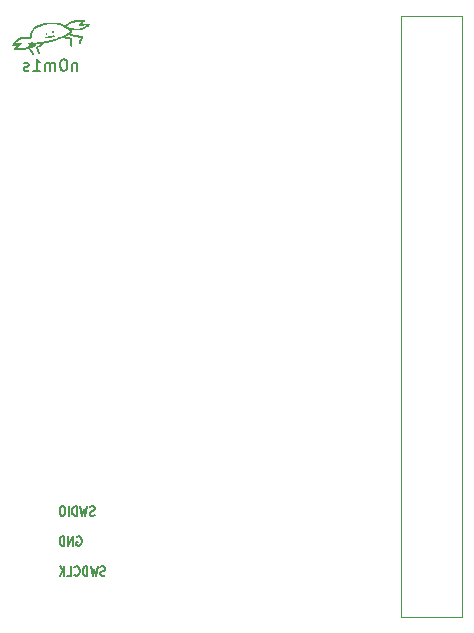
<source format=gbr>
%TF.GenerationSoftware,KiCad,Pcbnew,7.0.9*%
%TF.CreationDate,2024-01-10T08:51:34-08:00*%
%TF.ProjectId,rpi_adapter,7270695f-6164-4617-9074-65722e6b6963,rev?*%
%TF.SameCoordinates,PX82a7440PY660b0c0*%
%TF.FileFunction,Legend,Bot*%
%TF.FilePolarity,Positive*%
%FSLAX46Y46*%
G04 Gerber Fmt 4.6, Leading zero omitted, Abs format (unit mm)*
G04 Created by KiCad (PCBNEW 7.0.9) date 2024-01-10 08:51:34*
%MOMM*%
%LPD*%
G01*
G04 APERTURE LIST*
%ADD10C,0.150000*%
%ADD11C,0.120000*%
G04 APERTURE END LIST*
D10*
X-13255906Y21470848D02*
X-13255906Y20804181D01*
X-13255906Y21375610D02*
X-13303525Y21423229D01*
X-13303525Y21423229D02*
X-13398763Y21470848D01*
X-13398763Y21470848D02*
X-13541620Y21470848D01*
X-13541620Y21470848D02*
X-13636858Y21423229D01*
X-13636858Y21423229D02*
X-13684477Y21327991D01*
X-13684477Y21327991D02*
X-13684477Y20804181D01*
X-14351144Y21804181D02*
X-14446382Y21804181D01*
X-14446382Y21804181D02*
X-14541620Y21756562D01*
X-14541620Y21756562D02*
X-14589239Y21708943D01*
X-14589239Y21708943D02*
X-14636858Y21613705D01*
X-14636858Y21613705D02*
X-14684477Y21423229D01*
X-14684477Y21423229D02*
X-14684477Y21185134D01*
X-14684477Y21185134D02*
X-14636858Y20994658D01*
X-14636858Y20994658D02*
X-14589239Y20899420D01*
X-14589239Y20899420D02*
X-14541620Y20851800D01*
X-14541620Y20851800D02*
X-14446382Y20804181D01*
X-14446382Y20804181D02*
X-14351144Y20804181D01*
X-14351144Y20804181D02*
X-14255906Y20851800D01*
X-14255906Y20851800D02*
X-14208287Y20899420D01*
X-14208287Y20899420D02*
X-14160668Y20994658D01*
X-14160668Y20994658D02*
X-14113049Y21185134D01*
X-14113049Y21185134D02*
X-14113049Y21423229D01*
X-14113049Y21423229D02*
X-14160668Y21613705D01*
X-14160668Y21613705D02*
X-14208287Y21708943D01*
X-14208287Y21708943D02*
X-14255906Y21756562D01*
X-14255906Y21756562D02*
X-14351144Y21804181D01*
X-15113049Y20804181D02*
X-15113049Y21470848D01*
X-15113049Y21375610D02*
X-15160668Y21423229D01*
X-15160668Y21423229D02*
X-15255906Y21470848D01*
X-15255906Y21470848D02*
X-15398763Y21470848D01*
X-15398763Y21470848D02*
X-15494001Y21423229D01*
X-15494001Y21423229D02*
X-15541620Y21327991D01*
X-15541620Y21327991D02*
X-15541620Y20804181D01*
X-15541620Y21327991D02*
X-15589239Y21423229D01*
X-15589239Y21423229D02*
X-15684477Y21470848D01*
X-15684477Y21470848D02*
X-15827334Y21470848D01*
X-15827334Y21470848D02*
X-15922573Y21423229D01*
X-15922573Y21423229D02*
X-15970192Y21327991D01*
X-15970192Y21327991D02*
X-15970192Y20804181D01*
X-16970191Y20804181D02*
X-16398763Y20804181D01*
X-16684477Y20804181D02*
X-16684477Y21804181D01*
X-16684477Y21804181D02*
X-16589239Y21661324D01*
X-16589239Y21661324D02*
X-16494001Y21566086D01*
X-16494001Y21566086D02*
X-16398763Y21518467D01*
X-17351144Y20851800D02*
X-17446382Y20804181D01*
X-17446382Y20804181D02*
X-17636858Y20804181D01*
X-17636858Y20804181D02*
X-17732096Y20851800D01*
X-17732096Y20851800D02*
X-17779715Y20947039D01*
X-17779715Y20947039D02*
X-17779715Y20994658D01*
X-17779715Y20994658D02*
X-17732096Y21089896D01*
X-17732096Y21089896D02*
X-17636858Y21137515D01*
X-17636858Y21137515D02*
X-17494001Y21137515D01*
X-17494001Y21137515D02*
X-17398763Y21185134D01*
X-17398763Y21185134D02*
X-17351144Y21280372D01*
X-17351144Y21280372D02*
X-17351144Y21327991D01*
X-17351144Y21327991D02*
X-17398763Y21423229D01*
X-17398763Y21423229D02*
X-17494001Y21470848D01*
X-17494001Y21470848D02*
X-17636858Y21470848D01*
X-17636858Y21470848D02*
X-17732096Y21423229D01*
X-13287317Y-18650390D02*
X-13220650Y-18612295D01*
X-13220650Y-18612295D02*
X-13120650Y-18612295D01*
X-13120650Y-18612295D02*
X-13020650Y-18650390D01*
X-13020650Y-18650390D02*
X-12953983Y-18726580D01*
X-12953983Y-18726580D02*
X-12920650Y-18802771D01*
X-12920650Y-18802771D02*
X-12887317Y-18955152D01*
X-12887317Y-18955152D02*
X-12887317Y-19069438D01*
X-12887317Y-19069438D02*
X-12920650Y-19221819D01*
X-12920650Y-19221819D02*
X-12953983Y-19298009D01*
X-12953983Y-19298009D02*
X-13020650Y-19374200D01*
X-13020650Y-19374200D02*
X-13120650Y-19412295D01*
X-13120650Y-19412295D02*
X-13187317Y-19412295D01*
X-13187317Y-19412295D02*
X-13287317Y-19374200D01*
X-13287317Y-19374200D02*
X-13320650Y-19336104D01*
X-13320650Y-19336104D02*
X-13320650Y-19069438D01*
X-13320650Y-19069438D02*
X-13187317Y-19069438D01*
X-13620650Y-19412295D02*
X-13620650Y-18612295D01*
X-13620650Y-18612295D02*
X-14020650Y-19412295D01*
X-14020650Y-19412295D02*
X-14020650Y-18612295D01*
X-14353983Y-19412295D02*
X-14353983Y-18612295D01*
X-14353983Y-18612295D02*
X-14520650Y-18612295D01*
X-14520650Y-18612295D02*
X-14620650Y-18650390D01*
X-14620650Y-18650390D02*
X-14687316Y-18726580D01*
X-14687316Y-18726580D02*
X-14720650Y-18802771D01*
X-14720650Y-18802771D02*
X-14753983Y-18955152D01*
X-14753983Y-18955152D02*
X-14753983Y-19069438D01*
X-14753983Y-19069438D02*
X-14720650Y-19221819D01*
X-14720650Y-19221819D02*
X-14687316Y-19298009D01*
X-14687316Y-19298009D02*
X-14620650Y-19374200D01*
X-14620650Y-19374200D02*
X-14520650Y-19412295D01*
X-14520650Y-19412295D02*
X-14353983Y-19412295D01*
X-10887316Y-21914200D02*
X-10987316Y-21952295D01*
X-10987316Y-21952295D02*
X-11153982Y-21952295D01*
X-11153982Y-21952295D02*
X-11220649Y-21914200D01*
X-11220649Y-21914200D02*
X-11253982Y-21876104D01*
X-11253982Y-21876104D02*
X-11287316Y-21799914D01*
X-11287316Y-21799914D02*
X-11287316Y-21723723D01*
X-11287316Y-21723723D02*
X-11253982Y-21647533D01*
X-11253982Y-21647533D02*
X-11220649Y-21609438D01*
X-11220649Y-21609438D02*
X-11153982Y-21571342D01*
X-11153982Y-21571342D02*
X-11020649Y-21533247D01*
X-11020649Y-21533247D02*
X-10953982Y-21495152D01*
X-10953982Y-21495152D02*
X-10920649Y-21457057D01*
X-10920649Y-21457057D02*
X-10887316Y-21380866D01*
X-10887316Y-21380866D02*
X-10887316Y-21304676D01*
X-10887316Y-21304676D02*
X-10920649Y-21228485D01*
X-10920649Y-21228485D02*
X-10953982Y-21190390D01*
X-10953982Y-21190390D02*
X-11020649Y-21152295D01*
X-11020649Y-21152295D02*
X-11187316Y-21152295D01*
X-11187316Y-21152295D02*
X-11287316Y-21190390D01*
X-11520649Y-21152295D02*
X-11687316Y-21952295D01*
X-11687316Y-21952295D02*
X-11820649Y-21380866D01*
X-11820649Y-21380866D02*
X-11953983Y-21952295D01*
X-11953983Y-21952295D02*
X-12120649Y-21152295D01*
X-12387316Y-21952295D02*
X-12387316Y-21152295D01*
X-12387316Y-21152295D02*
X-12553983Y-21152295D01*
X-12553983Y-21152295D02*
X-12653983Y-21190390D01*
X-12653983Y-21190390D02*
X-12720649Y-21266580D01*
X-12720649Y-21266580D02*
X-12753983Y-21342771D01*
X-12753983Y-21342771D02*
X-12787316Y-21495152D01*
X-12787316Y-21495152D02*
X-12787316Y-21609438D01*
X-12787316Y-21609438D02*
X-12753983Y-21761819D01*
X-12753983Y-21761819D02*
X-12720649Y-21838009D01*
X-12720649Y-21838009D02*
X-12653983Y-21914200D01*
X-12653983Y-21914200D02*
X-12553983Y-21952295D01*
X-12553983Y-21952295D02*
X-12387316Y-21952295D01*
X-13487316Y-21876104D02*
X-13453983Y-21914200D01*
X-13453983Y-21914200D02*
X-13353983Y-21952295D01*
X-13353983Y-21952295D02*
X-13287316Y-21952295D01*
X-13287316Y-21952295D02*
X-13187316Y-21914200D01*
X-13187316Y-21914200D02*
X-13120649Y-21838009D01*
X-13120649Y-21838009D02*
X-13087316Y-21761819D01*
X-13087316Y-21761819D02*
X-13053983Y-21609438D01*
X-13053983Y-21609438D02*
X-13053983Y-21495152D01*
X-13053983Y-21495152D02*
X-13087316Y-21342771D01*
X-13087316Y-21342771D02*
X-13120649Y-21266580D01*
X-13120649Y-21266580D02*
X-13187316Y-21190390D01*
X-13187316Y-21190390D02*
X-13287316Y-21152295D01*
X-13287316Y-21152295D02*
X-13353983Y-21152295D01*
X-13353983Y-21152295D02*
X-13453983Y-21190390D01*
X-13453983Y-21190390D02*
X-13487316Y-21228485D01*
X-14120649Y-21952295D02*
X-13787316Y-21952295D01*
X-13787316Y-21952295D02*
X-13787316Y-21152295D01*
X-14353983Y-21952295D02*
X-14353983Y-21152295D01*
X-14753983Y-21952295D02*
X-14453983Y-21495152D01*
X-14753983Y-21152295D02*
X-14353983Y-21609438D01*
X-11787317Y-16834200D02*
X-11887317Y-16872295D01*
X-11887317Y-16872295D02*
X-12053983Y-16872295D01*
X-12053983Y-16872295D02*
X-12120650Y-16834200D01*
X-12120650Y-16834200D02*
X-12153983Y-16796104D01*
X-12153983Y-16796104D02*
X-12187317Y-16719914D01*
X-12187317Y-16719914D02*
X-12187317Y-16643723D01*
X-12187317Y-16643723D02*
X-12153983Y-16567533D01*
X-12153983Y-16567533D02*
X-12120650Y-16529438D01*
X-12120650Y-16529438D02*
X-12053983Y-16491342D01*
X-12053983Y-16491342D02*
X-11920650Y-16453247D01*
X-11920650Y-16453247D02*
X-11853983Y-16415152D01*
X-11853983Y-16415152D02*
X-11820650Y-16377057D01*
X-11820650Y-16377057D02*
X-11787317Y-16300866D01*
X-11787317Y-16300866D02*
X-11787317Y-16224676D01*
X-11787317Y-16224676D02*
X-11820650Y-16148485D01*
X-11820650Y-16148485D02*
X-11853983Y-16110390D01*
X-11853983Y-16110390D02*
X-11920650Y-16072295D01*
X-11920650Y-16072295D02*
X-12087317Y-16072295D01*
X-12087317Y-16072295D02*
X-12187317Y-16110390D01*
X-12420650Y-16072295D02*
X-12587317Y-16872295D01*
X-12587317Y-16872295D02*
X-12720650Y-16300866D01*
X-12720650Y-16300866D02*
X-12853984Y-16872295D01*
X-12853984Y-16872295D02*
X-13020650Y-16072295D01*
X-13287317Y-16872295D02*
X-13287317Y-16072295D01*
X-13287317Y-16072295D02*
X-13453984Y-16072295D01*
X-13453984Y-16072295D02*
X-13553984Y-16110390D01*
X-13553984Y-16110390D02*
X-13620650Y-16186580D01*
X-13620650Y-16186580D02*
X-13653984Y-16262771D01*
X-13653984Y-16262771D02*
X-13687317Y-16415152D01*
X-13687317Y-16415152D02*
X-13687317Y-16529438D01*
X-13687317Y-16529438D02*
X-13653984Y-16681819D01*
X-13653984Y-16681819D02*
X-13620650Y-16758009D01*
X-13620650Y-16758009D02*
X-13553984Y-16834200D01*
X-13553984Y-16834200D02*
X-13453984Y-16872295D01*
X-13453984Y-16872295D02*
X-13287317Y-16872295D01*
X-13987317Y-16872295D02*
X-13987317Y-16072295D01*
X-14453983Y-16072295D02*
X-14587317Y-16072295D01*
X-14587317Y-16072295D02*
X-14653983Y-16110390D01*
X-14653983Y-16110390D02*
X-14720650Y-16186580D01*
X-14720650Y-16186580D02*
X-14753983Y-16338961D01*
X-14753983Y-16338961D02*
X-14753983Y-16605628D01*
X-14753983Y-16605628D02*
X-14720650Y-16758009D01*
X-14720650Y-16758009D02*
X-14653983Y-16834200D01*
X-14653983Y-16834200D02*
X-14587317Y-16872295D01*
X-14587317Y-16872295D02*
X-14453983Y-16872295D01*
X-14453983Y-16872295D02*
X-14387317Y-16834200D01*
X-14387317Y-16834200D02*
X-14320650Y-16758009D01*
X-14320650Y-16758009D02*
X-14287317Y-16605628D01*
X-14287317Y-16605628D02*
X-14287317Y-16338961D01*
X-14287317Y-16338961D02*
X-14320650Y-16186580D01*
X-14320650Y-16186580D02*
X-14387317Y-16110390D01*
X-14387317Y-16110390D02*
X-14453983Y-16072295D01*
D11*
%TO.C,J1*%
X19330000Y-25460000D02*
X14130000Y-25460000D01*
X19330000Y24130000D02*
X19330000Y-25460000D01*
X19330000Y24130000D02*
X19330000Y25460000D01*
X19330000Y25460000D02*
X18000000Y25460000D01*
X18000000Y25460000D02*
X14130000Y25460000D01*
X14130000Y25460000D02*
X14130000Y-25460000D01*
%TO.C,G\u002A\u002A\u002A*%
G36*
X-15811731Y23999669D02*
G01*
X-15785757Y23982264D01*
X-15780251Y23935044D01*
X-15782293Y23899858D01*
X-15799697Y23873884D01*
X-15846917Y23868378D01*
X-15882104Y23870420D01*
X-15908077Y23887825D01*
X-15913584Y23935044D01*
X-15911541Y23970231D01*
X-15894137Y23996205D01*
X-15846917Y24001711D01*
X-15811731Y23999669D01*
G37*
G36*
X-15279338Y24155269D02*
G01*
X-15252698Y24138677D01*
X-15246917Y24094304D01*
X-15251113Y24047433D01*
X-15262669Y24015589D01*
X-15279624Y24007816D01*
X-15323780Y24006329D01*
X-15328928Y24007231D01*
X-15361783Y24029678D01*
X-15376103Y24085044D01*
X-15377531Y24131915D01*
X-15361235Y24153229D01*
X-15314992Y24157267D01*
X-15279338Y24155269D01*
G37*
G36*
X-15189574Y23804183D02*
G01*
X-15165108Y23786457D01*
X-15158028Y23757356D01*
X-15158675Y23747268D01*
X-15173188Y23713662D01*
X-15210099Y23683907D01*
X-15273777Y23656415D01*
X-15368595Y23629598D01*
X-15498925Y23601865D01*
X-15669139Y23571629D01*
X-15690162Y23569056D01*
X-15758036Y23565420D01*
X-15835806Y23565362D01*
X-15876051Y23566904D01*
X-15922961Y23573565D01*
X-15942813Y23590039D01*
X-15946917Y23622102D01*
X-15946364Y23634576D01*
X-15940158Y23652646D01*
X-15921896Y23668082D01*
X-15885287Y23683223D01*
X-15824041Y23700412D01*
X-15731866Y23721989D01*
X-15602473Y23750296D01*
X-15558050Y23759809D01*
X-15415663Y23788348D01*
X-15310013Y23805206D01*
X-15236263Y23810459D01*
X-15189574Y23804183D01*
G37*
G36*
X-12292874Y24616030D02*
G01*
X-12377137Y24539559D01*
X-12420006Y24503982D01*
X-12557076Y24409291D01*
X-12696232Y24338592D01*
X-12824695Y24298760D01*
X-12827201Y24298283D01*
X-12893783Y24279205D01*
X-12946306Y24254114D01*
X-12967110Y24245804D01*
X-13030595Y24234946D01*
X-13121273Y24227641D01*
X-13228503Y24223989D01*
X-13341644Y24224089D01*
X-13450053Y24228041D01*
X-13543090Y24235945D01*
X-13610112Y24247899D01*
X-13637683Y24254817D01*
X-13692657Y24260928D01*
X-13713050Y24248643D01*
X-13695436Y24219119D01*
X-13692760Y24216325D01*
X-13670328Y24161535D01*
X-13673870Y24145074D01*
X-13685195Y24092445D01*
X-13735967Y24016035D01*
X-13756395Y23992589D01*
X-13779198Y23961152D01*
X-13779371Y23939898D01*
X-13751641Y23924299D01*
X-13690729Y23909830D01*
X-13591362Y23891963D01*
X-13495981Y23874257D01*
X-13376220Y23850148D01*
X-13248972Y23823039D01*
X-13122751Y23794877D01*
X-13006069Y23767608D01*
X-12907437Y23743180D01*
X-12835369Y23723539D01*
X-12798378Y23710631D01*
X-12770901Y23685412D01*
X-12760849Y23626681D01*
X-12786744Y23542314D01*
X-12848543Y23432549D01*
X-12858534Y23416913D01*
X-12922701Y23294587D01*
X-12954373Y23186555D01*
X-12958565Y23159014D01*
X-12971155Y23107287D01*
X-12990802Y23084552D01*
X-13024970Y23079489D01*
X-13054615Y23082328D01*
X-13072700Y23098145D01*
X-13081847Y23137429D01*
X-13087016Y23210663D01*
X-13088404Y23245369D01*
X-13084843Y23318569D01*
X-13065962Y23379447D01*
X-13025905Y23451029D01*
X-12997018Y23498955D01*
X-12968912Y23549699D01*
X-12958052Y23575410D01*
X-12966814Y23582085D01*
X-13001440Y23593807D01*
X-13065137Y23610307D01*
X-13160830Y23632253D01*
X-13291445Y23660310D01*
X-13459906Y23695146D01*
X-13669139Y23737427D01*
X-13742653Y23752814D01*
X-13834588Y23774016D01*
X-13905135Y23792606D01*
X-13943144Y23805803D01*
X-13976334Y23812977D01*
X-14029281Y23801045D01*
X-14109022Y23766147D01*
X-14167425Y23735575D01*
X-14206032Y23711070D01*
X-14212795Y23699795D01*
X-14198536Y23696894D01*
X-14146624Y23687111D01*
X-14068095Y23672698D01*
X-13973488Y23655601D01*
X-13965484Y23654154D01*
X-13846231Y23628993D01*
X-13770513Y23604807D01*
X-13737484Y23581328D01*
X-13734667Y23573581D01*
X-13726614Y23525678D01*
X-13719496Y23448240D01*
X-13713570Y23350502D01*
X-13709091Y23241699D01*
X-13706316Y23131066D01*
X-13705499Y23027838D01*
X-13706898Y22941250D01*
X-13710767Y22880536D01*
X-13717363Y22854931D01*
X-13742824Y22849790D01*
X-13791999Y22855441D01*
X-13800071Y22857540D01*
X-13819162Y22865463D01*
X-13832250Y22881612D01*
X-13840699Y22913230D01*
X-13845873Y22967559D01*
X-13849134Y23051841D01*
X-13851847Y23173318D01*
X-13858028Y23477726D01*
X-13991362Y23504549D01*
X-14058311Y23516726D01*
X-14169970Y23533747D01*
X-14274783Y23546584D01*
X-14351869Y23556833D01*
X-14410101Y23569145D01*
X-14436633Y23580827D01*
X-14451998Y23582294D01*
X-14503329Y23571258D01*
X-14583718Y23547666D01*
X-14686273Y23513814D01*
X-14804105Y23471999D01*
X-14930320Y23424520D01*
X-15058028Y23373672D01*
X-15164762Y23332237D01*
X-15502572Y23228712D01*
X-15848332Y23161872D01*
X-15944807Y23147280D01*
X-16034089Y23130181D01*
X-16092589Y23114370D01*
X-16113584Y23101381D01*
X-16118850Y23087908D01*
X-16152534Y23048319D01*
X-16209626Y22995539D01*
X-16281061Y22936592D01*
X-16357774Y22878500D01*
X-16430701Y22828287D01*
X-16490778Y22792974D01*
X-16528939Y22779584D01*
X-16533488Y22779455D01*
X-16556545Y22771079D01*
X-16563755Y22745592D01*
X-16554095Y22697341D01*
X-16526539Y22620676D01*
X-16480064Y22509945D01*
X-16468896Y22484104D01*
X-16422795Y22373058D01*
X-16394717Y22294349D01*
X-16383173Y22241734D01*
X-16386675Y22208971D01*
X-16403736Y22189819D01*
X-16410796Y22186288D01*
X-16460433Y22184181D01*
X-16512101Y22204993D01*
X-16542779Y22240357D01*
X-16547575Y22254136D01*
X-16567774Y22307189D01*
X-16598197Y22384158D01*
X-16634323Y22473529D01*
X-16650377Y22514419D01*
X-16682749Y22608124D01*
X-16705189Y22689352D01*
X-16713584Y22744061D01*
X-16713557Y22752082D01*
X-16711300Y22784892D01*
X-16701336Y22813233D01*
X-16677979Y22843172D01*
X-16635541Y22880778D01*
X-16568338Y22932119D01*
X-16470681Y23003262D01*
X-16419270Y23041765D01*
X-16388333Y23070774D01*
X-16388758Y23085897D01*
X-16423594Y23088402D01*
X-16495892Y23079557D01*
X-16608701Y23060629D01*
X-16644630Y23054022D01*
X-16709229Y23038727D01*
X-16737058Y23024249D01*
X-16735752Y23018356D01*
X-16733528Y23008322D01*
X-16718130Y22973073D01*
X-16732223Y22929113D01*
X-16774191Y22898186D01*
X-16781074Y22895792D01*
X-16854175Y22869468D01*
X-16943358Y22836272D01*
X-17034155Y22801707D01*
X-17112098Y22771272D01*
X-17162720Y22750468D01*
X-17222968Y22723933D01*
X-17120524Y22601711D01*
X-17075019Y22542681D01*
X-17013608Y22448252D01*
X-16962136Y22352740D01*
X-16926746Y22267908D01*
X-16913584Y22205522D01*
X-16916667Y22184210D01*
X-16940528Y22139211D01*
X-16952183Y22128906D01*
X-16978805Y22120066D01*
X-17007523Y22137750D01*
X-17043717Y22186628D01*
X-17092765Y22271370D01*
X-17094675Y22274824D01*
X-17151262Y22366548D01*
X-17222575Y22468395D01*
X-17293654Y22558951D01*
X-17340852Y22613914D01*
X-17385284Y22661096D01*
X-17416105Y22683367D01*
X-17441593Y22686174D01*
X-17470028Y22674960D01*
X-17553714Y22635066D01*
X-17636770Y22602496D01*
X-17721327Y22579315D01*
X-17818121Y22563249D01*
X-17937887Y22552023D01*
X-18091362Y22543365D01*
X-18205242Y22540619D01*
X-18361720Y22547715D01*
X-18484850Y22568349D01*
X-18571451Y22601893D01*
X-18618343Y22647716D01*
X-18627307Y22667823D01*
X-18630203Y22699051D01*
X-18610804Y22733658D01*
X-18563833Y22784924D01*
X-18532095Y22815761D01*
X-18486693Y22853760D01*
X-18459074Y22868762D01*
X-18446657Y22872362D01*
X-18411585Y22897367D01*
X-18374474Y22934970D01*
X-18347634Y22971794D01*
X-18343375Y22994465D01*
X-18353841Y22998141D01*
X-18385269Y22984966D01*
X-18388085Y22982830D01*
X-18431276Y22960635D01*
X-18491362Y22939148D01*
X-18566476Y22914940D01*
X-18643157Y22886843D01*
X-18692142Y22870144D01*
X-18722956Y22873232D01*
X-18748713Y22900409D01*
X-18775904Y22951555D01*
X-18770751Y22999190D01*
X-18730251Y23056455D01*
X-18699528Y23092833D01*
X-18664825Y23135594D01*
X-18480251Y23135594D01*
X-18369139Y23151986D01*
X-18303179Y23159294D01*
X-18202317Y23165851D01*
X-18102473Y23168378D01*
X-18088414Y23168362D01*
X-18011877Y23166692D01*
X-17968335Y23160223D01*
X-17947777Y23146048D01*
X-17940194Y23121262D01*
X-17939612Y23115595D01*
X-17954064Y23072432D01*
X-18006861Y23030409D01*
X-18020228Y23021865D01*
X-18078373Y22978861D01*
X-18151983Y22918782D01*
X-18228375Y22851849D01*
X-18278253Y22805969D01*
X-18327045Y22757992D01*
X-18348958Y22729020D01*
X-18348049Y22713059D01*
X-18328375Y22704116D01*
X-18302272Y22699579D01*
X-18229029Y22694823D01*
X-18133099Y22694055D01*
X-18028254Y22697019D01*
X-17928269Y22703456D01*
X-17846917Y22713110D01*
X-17838094Y22714610D01*
X-17647609Y22765723D01*
X-17473955Y22847513D01*
X-17328554Y22954657D01*
X-17307568Y22974092D01*
X-17091384Y22974092D01*
X-17064002Y22975304D01*
X-17013584Y22992750D01*
X-16987591Y23004827D01*
X-16970098Y23018356D01*
X-16991362Y23022591D01*
X-17018616Y23020021D01*
X-17068496Y23002579D01*
X-17088214Y22987770D01*
X-17091384Y22974092D01*
X-17307568Y22974092D01*
X-17265746Y23012822D01*
X-17339665Y23023933D01*
X-17372921Y23030562D01*
X-17405544Y23050540D01*
X-17413584Y23090600D01*
X-17412223Y23113935D01*
X-17399819Y23136115D01*
X-17365131Y23147119D01*
X-17297081Y23152867D01*
X-17237350Y23158685D01*
X-17185164Y23174438D01*
X-17157410Y23202867D01*
X-17131163Y23230567D01*
X-17083534Y23245950D01*
X-17037150Y23237872D01*
X-17010022Y23205956D01*
X-17003731Y23190473D01*
X-16982871Y23175927D01*
X-16939216Y23171293D01*
X-16862102Y23174287D01*
X-16799369Y23179596D01*
X-16717023Y23190431D01*
X-16658028Y23202711D01*
X-16630748Y23208919D01*
X-16560830Y23221180D01*
X-16462050Y23236362D01*
X-16343328Y23253111D01*
X-16213584Y23270076D01*
X-16141031Y23279673D01*
X-15994643Y23301515D01*
X-15852841Y23325559D01*
X-15728828Y23349500D01*
X-15635806Y23371029D01*
X-15612175Y23377351D01*
X-15495619Y23408597D01*
X-15377395Y23440373D01*
X-15279808Y23466686D01*
X-15196190Y23491563D01*
X-15090182Y23527822D01*
X-15001854Y23562795D01*
X-14928761Y23593132D01*
X-14824678Y23632700D01*
X-14724519Y23667606D01*
X-14662615Y23690201D01*
X-14559013Y23733338D01*
X-14438441Y23787598D01*
X-14310557Y23848265D01*
X-14185025Y23910625D01*
X-14071504Y23969961D01*
X-13979655Y24021559D01*
X-13919139Y24060703D01*
X-13869676Y24104923D01*
X-13851113Y24145074D01*
X-13866529Y24186230D01*
X-13918106Y24234135D01*
X-14008028Y24294534D01*
X-14033829Y24310572D01*
X-14109074Y24356555D01*
X-14168996Y24392038D01*
X-14202473Y24410396D01*
X-14231993Y24424929D01*
X-14303665Y24465953D01*
X-14361214Y24505616D01*
X-14404350Y24531538D01*
X-14482645Y24567591D01*
X-14491532Y24571153D01*
X-14132815Y24571153D01*
X-14066659Y24526118D01*
X-13972350Y24482246D01*
X-13869139Y24461681D01*
X-13795026Y24450757D01*
X-13691176Y24429490D01*
X-13591362Y24403869D01*
X-13520946Y24387405D01*
X-13424330Y24372411D01*
X-13320511Y24362037D01*
X-13219703Y24356784D01*
X-13132122Y24357152D01*
X-13067982Y24363641D01*
X-13037498Y24376751D01*
X-13031966Y24381424D01*
X-12992604Y24400235D01*
X-12925321Y24425755D01*
X-12840679Y24453846D01*
X-12761354Y24480912D01*
X-12650704Y24531680D01*
X-12568076Y24590936D01*
X-12540757Y24616005D01*
X-12509433Y24648115D01*
X-12508601Y24658790D01*
X-12535806Y24652729D01*
X-12575270Y24646199D01*
X-12650308Y24640410D01*
X-12748274Y24636488D01*
X-12858028Y24635044D01*
X-12933844Y24635197D01*
X-13022434Y24636614D01*
X-13078903Y24640567D01*
X-13110808Y24648302D01*
X-13125705Y24661066D01*
X-13131149Y24680106D01*
X-13131599Y24688648D01*
X-13110689Y24735325D01*
X-13049479Y24791217D01*
X-13024681Y24811098D01*
X-12964805Y24868687D01*
X-12923026Y24921892D01*
X-12884697Y24986517D01*
X-13101187Y24971300D01*
X-13196407Y24962472D01*
X-13317431Y24942178D01*
X-13398964Y24914827D01*
X-13404660Y24912049D01*
X-13470752Y24886839D01*
X-13560694Y24860126D01*
X-13656745Y24837250D01*
X-13666317Y24835228D01*
X-13764646Y24809459D01*
X-13856602Y24777658D01*
X-13923411Y24746234D01*
X-13973771Y24713344D01*
X-14035685Y24667730D01*
X-14089099Y24623585D01*
X-14124610Y24588772D01*
X-14132815Y24571153D01*
X-14491532Y24571153D01*
X-14583335Y24607949D01*
X-14695801Y24648592D01*
X-14809424Y24685501D01*
X-14913584Y24714658D01*
X-14936801Y24720367D01*
X-15007854Y24736014D01*
X-15075432Y24746638D01*
X-15149109Y24752824D01*
X-15238459Y24755155D01*
X-15353055Y24754217D01*
X-15502473Y24750593D01*
X-15639043Y24745748D01*
X-15800865Y24735778D01*
X-15931485Y24721074D01*
X-16038634Y24700391D01*
X-16130043Y24672485D01*
X-16213444Y24636110D01*
X-16217815Y24633970D01*
X-16275445Y24609186D01*
X-16357216Y24577564D01*
X-16446917Y24545405D01*
X-16527751Y24516935D01*
X-16657599Y24466148D01*
X-16755387Y24418291D01*
X-16828581Y24368750D01*
X-16884647Y24312910D01*
X-16931053Y24246156D01*
X-16964723Y24186024D01*
X-16998236Y24116853D01*
X-17015729Y24068378D01*
X-17027021Y24026972D01*
X-17048259Y23974235D01*
X-17053684Y23960678D01*
X-17064740Y23904027D01*
X-17069139Y23833149D01*
X-17069859Y23810001D01*
X-17080949Y23728015D01*
X-17101183Y23660625D01*
X-17125730Y23595156D01*
X-17140072Y23535044D01*
X-17143164Y23521309D01*
X-17175023Y23481765D01*
X-17225194Y23468084D01*
X-17275918Y23486597D01*
X-17303912Y23495669D01*
X-17367844Y23506167D01*
X-17457071Y23516106D01*
X-17561668Y23524181D01*
X-17582703Y23525426D01*
X-17753481Y23529997D01*
X-17892850Y23519805D01*
X-18011351Y23491314D01*
X-18119525Y23440988D01*
X-18227912Y23365290D01*
X-18347054Y23260684D01*
X-18480251Y23135594D01*
X-18664825Y23135594D01*
X-18646909Y23157670D01*
X-18591362Y23228152D01*
X-18565908Y23260457D01*
X-18455266Y23386184D01*
X-18347671Y23481265D01*
X-18233119Y23554821D01*
X-18162907Y23590868D01*
X-18074948Y23627265D01*
X-17985843Y23650806D01*
X-17884851Y23663336D01*
X-17761234Y23666695D01*
X-17604251Y23662728D01*
X-17297482Y23650583D01*
X-17261088Y23726901D01*
X-17252033Y23749330D01*
X-17232487Y23828693D01*
X-17224695Y23912265D01*
X-17223418Y23949407D01*
X-17215405Y24006547D01*
X-17202473Y24035044D01*
X-17189250Y24052619D01*
X-17179749Y24097467D01*
X-17172672Y24130210D01*
X-17141594Y24198738D01*
X-17091255Y24283795D01*
X-17027660Y24375508D01*
X-16956813Y24464005D01*
X-16936428Y24486276D01*
X-16884293Y24532430D01*
X-16818955Y24574424D01*
X-16732954Y24616074D01*
X-16618835Y24661197D01*
X-16469139Y24713611D01*
X-16449888Y24720123D01*
X-16341366Y24757352D01*
X-16233446Y24795088D01*
X-16146917Y24826074D01*
X-16099979Y24841849D01*
X-16049428Y24854657D01*
X-15990428Y24864320D01*
X-15915778Y24871523D01*
X-15818281Y24876952D01*
X-15690739Y24881293D01*
X-15525951Y24885230D01*
X-15509043Y24885589D01*
X-15335633Y24888628D01*
X-15196676Y24888845D01*
X-15083005Y24885107D01*
X-14985450Y24876278D01*
X-14894842Y24861226D01*
X-14802013Y24838816D01*
X-14697792Y24807915D01*
X-14573010Y24767388D01*
X-14453631Y24731654D01*
X-14350556Y24712639D01*
X-14269281Y24715670D01*
X-14200724Y24741211D01*
X-14135806Y24789725D01*
X-14039631Y24862025D01*
X-13881340Y24941943D01*
X-13691149Y25003086D01*
X-13666308Y25009427D01*
X-13572168Y25036077D01*
X-13490656Y25062881D01*
X-13437140Y25084889D01*
X-13427174Y25089662D01*
X-13387646Y25102260D01*
X-13331170Y25111235D01*
X-13250877Y25117162D01*
X-13139897Y25120614D01*
X-12991362Y25122166D01*
X-12613584Y25123933D01*
X-12606328Y25072752D01*
X-12605783Y25066363D01*
X-12616638Y25025136D01*
X-12654273Y24970198D01*
X-12723001Y24894974D01*
X-12746074Y24871276D01*
X-12796695Y24816796D01*
X-12820051Y24784516D01*
X-12819806Y24768023D01*
X-12799625Y24760903D01*
X-12786498Y24759841D01*
X-12726915Y24764118D01*
X-12656445Y24777569D01*
X-12587698Y24789448D01*
X-12492829Y24798320D01*
X-12395010Y24801711D01*
X-12342880Y24801173D01*
X-12272558Y24796500D01*
X-12233195Y24785601D01*
X-12216041Y24766768D01*
X-12212096Y24753385D01*
X-12214834Y24716624D01*
X-12240267Y24672945D01*
X-12253351Y24658790D01*
X-12292874Y24616030D01*
G37*
%TD*%
M02*

</source>
